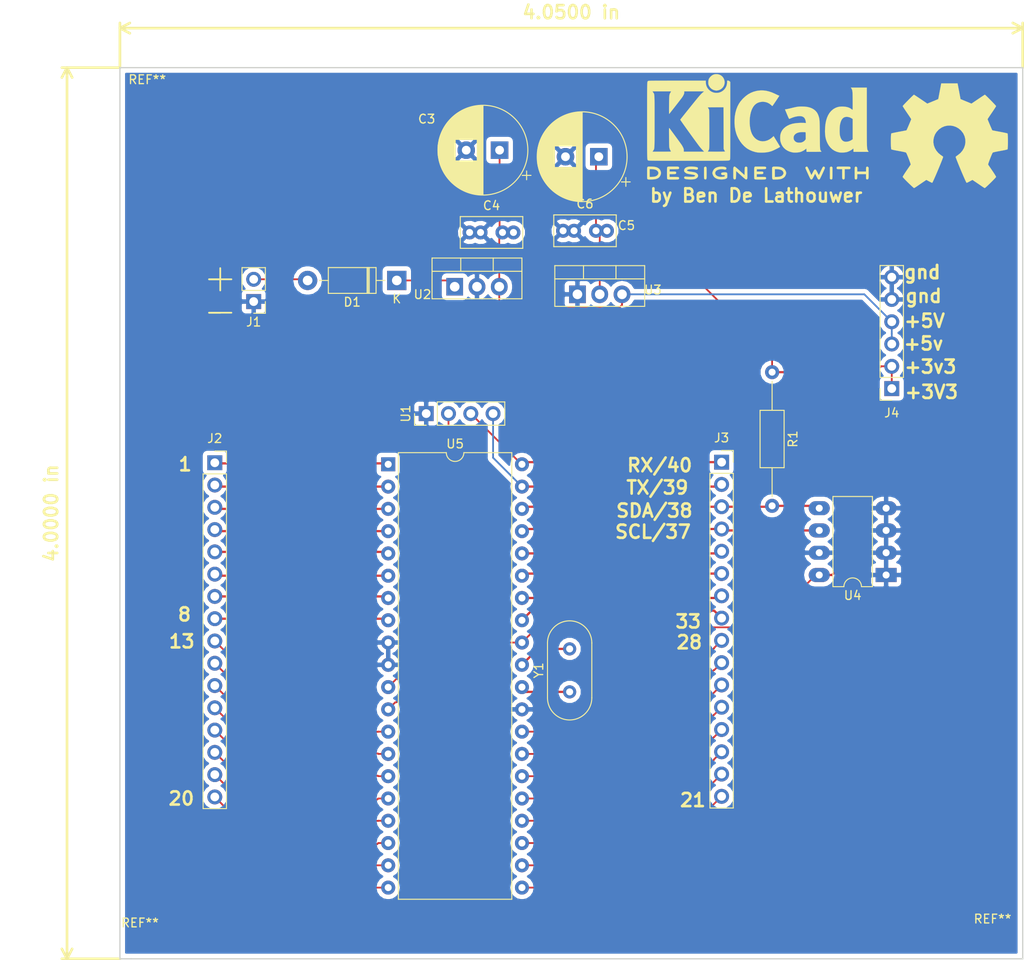
<source format=kicad_pcb>
(kicad_pcb (version 20171130) (host pcbnew "(5.0.0-rc2-dev-444-g2974a2c10)")
  (layers (0 F.Cu signal) (31 B.Cu signal) (34 B.Paste user hide) (35 F.Paste user hide) (36 B.SilkS user) (37 F.SilkS user) (38 B.Mask user) (39 F.Mask user) (44 Edge.Cuts user))
  (net 0 "")
  (net 1 VAA)
  (net 2 GND)
  (net 3 +5V)
  (net 4 +3V3)
  (net 5 /SCL)
  (net 6 /SDA)
  (net 7 /TX)
  (net 8 /Rx)
  (net 9 /~res)
  (net 10 "Net-(U5-Pad30)")
  (net 11 "Net-(U5-Pad31)")
  (net 12 "Net-(D1-Pad2)")
  (net 13 "Net-(J2-Pad16)")
  (net 14 "Net-(J2-Pad15)")
  (net 15 "Net-(J2-Pad14)")
  (net 16 "Net-(J2-Pad13)")
  (net 17 "Net-(J2-Pad12)")
  (net 18 "Net-(J2-Pad11)")
  (net 19 "Net-(J2-Pad10)")
  (net 20 "Net-(J2-Pad9)")
  (net 21 "Net-(J2-Pad8)")
  (net 22 "Net-(J2-Pad7)")
  (net 23 "Net-(J2-Pad6)")
  (net 24 "Net-(J2-Pad5)")
  (net 25 "Net-(J2-Pad4)")
  (net 26 "Net-(J2-Pad3)")
  (net 27 "Net-(J2-Pad2)")
  (net 28 "Net-(J2-Pad1)")
  (net 29 "Net-(J3-Pad5)")
  (net 30 "Net-(J3-Pad6)")
  (net 31 "Net-(J3-Pad7)")
  (net 32 "Net-(J3-Pad8)")
  (net 33 "Net-(J3-Pad9)")
  (net 34 "Net-(J3-Pad10)")
  (net 35 "Net-(J3-Pad11)")
  (net 36 "Net-(J3-Pad12)")
  (net 37 "Net-(J3-Pad13)")
  (net 38 "Net-(J3-Pad14)")
  (net 39 "Net-(J3-Pad15)")
  (net 40 "Net-(J3-Pad16)")
  (module Capacitor_THT:C_Rect_L7.0mm_W3.5mm_P2.50mm_P5.00mm (layer F.Cu) (at 140.17244 44.19092)
    (fp_text reference C4 (at 2.5 -3.06) (layer F.SilkS))
    (fp_text value 100n)
    (pad 1 thru_hole circle (at 1.25 0) (size 1.6 1.6) (drill 0.8) (layers *.Cu *.Mask) (net 2 GND))
    (pad 2 thru_hole circle (at 3.75 0) (size 1.6 1.6) (drill 0.8) (layers *.Cu *.Mask) (net 3 +5V))
    (pad 1 thru_hole circle (at 0 0) (size 1.6 1.6) (drill 0.8) (layers *.Cu *.Mask) (net 2 GND))
    (pad 2 thru_hole circle (at 5 0) (size 1.6 1.6) (drill 0.8) (layers *.Cu *.Mask) (net 3 +5V))
  )
  (module Capacitor_THT:C_Rect_L7.0mm_W3.5mm_P2.50mm_P5.00mm (layer F.Cu) (at 150.8252 43.99788)
    (fp_text reference C6 (at 2.5 -3.06) (layer F.SilkS))
    (fp_text value 100n)
    (pad 2 thru_hole circle (at 5 0) (size 1.6 1.6) (drill 0.8) (layers *.Cu *.Mask) (net 4 +3V3))
    (pad 1 thru_hole circle (at 0 0) (size 1.6 1.6) (drill 0.8) (layers *.Cu *.Mask) (net 2 GND))
    (pad 2 thru_hole circle (at 3.75 0) (size 1.6 1.6) (drill 0.8) (layers *.Cu *.Mask) (net 4 +3V3))
    (pad 1 thru_hole circle (at 1.25 0) (size 1.6 1.6) (drill 0.8) (layers *.Cu *.Mask) (net 2 GND))
  )
  (module Diode_THT:D_DO-41_SOD81_P10.16mm_Horizontal (layer F.Cu) (at 131.8768 49.66208 180)
    (fp_text reference D1 (at 5.08 -2.47 180) (layer F.SilkS))
    (fp_text value 1N4007)
    (fp_text user K (at 0 -2.1 180) (layer F.SilkS))
    (pad 1 thru_hole rect (at 0 0 180) (size 2.2 2.2) (drill 1.1) (layers *.Cu *.Mask) (net 1 VAA))
    (pad 2 thru_hole oval (at 10.16 0 180) (size 2.2 2.2) (drill 1.1) (layers *.Cu *.Mask) (net 12 "Net-(D1-Pad2)"))
  )
  (module Connector_PinHeader_2.54mm:PinHeader_1x02_P2.54mm_Vertical (layer F.Cu) (at 115.57 52.07 180)
    (fp_text reference J1 (at 0 -2.33 180) (layer F.SilkS))
    (fp_text value "2pin header")
    (pad 1 thru_hole rect (at 0 0 180) (size 1.7 1.7) (drill 1) (layers *.Cu *.Mask) (net 2 GND))
    (pad 2 thru_hole oval (at 0 2.54 180) (size 1.7 1.7) (drill 1) (layers *.Cu *.Mask) (net 12 "Net-(D1-Pad2)"))
  )
  (module Connector_PinSocket_2.54mm:PinSocket_1x16_P2.54mm_Vertical (layer F.Cu) (at 111.1377 70.4469)
    (fp_text reference J2 (at 0 -2.77) (layer F.SilkS))
    (fp_text value Conn_01x16_Male)
    (pad 16 thru_hole oval (at 0 38.1) (size 1.7 1.7) (drill 1) (layers *.Cu *.Mask) (net 13 "Net-(J2-Pad16)"))
    (pad 15 thru_hole oval (at 0 35.56) (size 1.7 1.7) (drill 1) (layers *.Cu *.Mask) (net 14 "Net-(J2-Pad15)"))
    (pad 14 thru_hole oval (at 0 33.02) (size 1.7 1.7) (drill 1) (layers *.Cu *.Mask) (net 15 "Net-(J2-Pad14)"))
    (pad 13 thru_hole oval (at 0 30.48) (size 1.7 1.7) (drill 1) (layers *.Cu *.Mask) (net 16 "Net-(J2-Pad13)"))
    (pad 12 thru_hole oval (at 0 27.94) (size 1.7 1.7) (drill 1) (layers *.Cu *.Mask) (net 17 "Net-(J2-Pad12)"))
    (pad 11 thru_hole oval (at 0 25.4) (size 1.7 1.7) (drill 1) (layers *.Cu *.Mask) (net 18 "Net-(J2-Pad11)"))
    (pad 10 thru_hole oval (at 0 22.86) (size 1.7 1.7) (drill 1) (layers *.Cu *.Mask) (net 19 "Net-(J2-Pad10)"))
    (pad 9 thru_hole oval (at 0 20.32) (size 1.7 1.7) (drill 1) (layers *.Cu *.Mask) (net 20 "Net-(J2-Pad9)"))
    (pad 8 thru_hole oval (at 0 17.78) (size 1.7 1.7) (drill 1) (layers *.Cu *.Mask) (net 21 "Net-(J2-Pad8)"))
    (pad 7 thru_hole oval (at 0 15.24) (size 1.7 1.7) (drill 1) (layers *.Cu *.Mask) (net 22 "Net-(J2-Pad7)"))
    (pad 6 thru_hole oval (at 0 12.7) (size 1.7 1.7) (drill 1) (layers *.Cu *.Mask) (net 23 "Net-(J2-Pad6)"))
    (pad 5 thru_hole oval (at 0 10.16) (size 1.7 1.7) (drill 1) (layers *.Cu *.Mask) (net 24 "Net-(J2-Pad5)"))
    (pad 4 thru_hole oval (at 0 7.62) (size 1.7 1.7) (drill 1) (layers *.Cu *.Mask) (net 25 "Net-(J2-Pad4)"))
    (pad 3 thru_hole oval (at 0 5.08) (size 1.7 1.7) (drill 1) (layers *.Cu *.Mask) (net 26 "Net-(J2-Pad3)"))
    (pad 2 thru_hole oval (at 0 2.54) (size 1.7 1.7) (drill 1) (layers *.Cu *.Mask) (net 27 "Net-(J2-Pad2)"))
    (pad 1 thru_hole rect (at 0 0) (size 1.7 1.7) (drill 1) (layers *.Cu *.Mask) (net 28 "Net-(J2-Pad1)"))
  )
  (module Connector_PinSocket_2.54mm:PinSocket_1x16_P2.54mm_Vertical (layer F.Cu) (at 168.89222 70.38086)
    (fp_text reference J3 (at 0 -2.77) (layer F.SilkS))
    (fp_text value Conn_01x16_Male)
    (pad 1 thru_hole rect (at 0 0) (size 1.7 1.7) (drill 1) (layers *.Cu *.Mask) (net 8 /Rx))
    (pad 2 thru_hole oval (at 0 2.54) (size 1.7 1.7) (drill 1) (layers *.Cu *.Mask) (net 7 /TX))
    (pad 3 thru_hole oval (at 0 5.08) (size 1.7 1.7) (drill 1) (layers *.Cu *.Mask) (net 6 /SDA))
    (pad 4 thru_hole oval (at 0 7.62) (size 1.7 1.7) (drill 1) (layers *.Cu *.Mask) (net 5 /SCL))
    (pad 5 thru_hole oval (at 0 10.16) (size 1.7 1.7) (drill 1) (layers *.Cu *.Mask) (net 29 "Net-(J3-Pad5)"))
    (pad 6 thru_hole oval (at 0 12.7) (size 1.7 1.7) (drill 1) (layers *.Cu *.Mask) (net 30 "Net-(J3-Pad6)"))
    (pad 7 thru_hole oval (at 0 15.24) (size 1.7 1.7) (drill 1) (layers *.Cu *.Mask) (net 31 "Net-(J3-Pad7)"))
    (pad 8 thru_hole oval (at 0 17.78) (size 1.7 1.7) (drill 1) (layers *.Cu *.Mask) (net 32 "Net-(J3-Pad8)"))
    (pad 9 thru_hole oval (at 0 20.32) (size 1.7 1.7) (drill 1) (layers *.Cu *.Mask) (net 33 "Net-(J3-Pad9)"))
    (pad 10 thru_hole oval (at 0 22.86) (size 1.7 1.7) (drill 1) (layers *.Cu *.Mask) (net 34 "Net-(J3-Pad10)"))
    (pad 11 thru_hole oval (at 0 25.4) (size 1.7 1.7) (drill 1) (layers *.Cu *.Mask) (net 35 "Net-(J3-Pad11)"))
    (pad 12 thru_hole oval (at 0 27.94) (size 1.7 1.7) (drill 1) (layers *.Cu *.Mask) (net 36 "Net-(J3-Pad12)"))
    (pad 13 thru_hole oval (at 0 30.48) (size 1.7 1.7) (drill 1) (layers *.Cu *.Mask) (net 37 "Net-(J3-Pad13)"))
    (pad 14 thru_hole oval (at 0 33.02) (size 1.7 1.7) (drill 1) (layers *.Cu *.Mask) (net 38 "Net-(J3-Pad14)"))
    (pad 15 thru_hole oval (at 0 35.56) (size 1.7 1.7) (drill 1) (layers *.Cu *.Mask) (net 39 "Net-(J3-Pad15)"))
    (pad 16 thru_hole oval (at 0 38.1) (size 1.7 1.7) (drill 1) (layers *.Cu *.Mask) (net 40 "Net-(J3-Pad16)"))
  )
  (module Resistor_THT:R_Axial_DIN0207_L6.3mm_D2.5mm_P15.24mm_Horizontal (layer F.Cu) (at 174.64532 60.11926 270)
    (fp_text reference R1 (at 7.62 -2.37 270) (layer F.SilkS))
    (fp_text value 10K)
    (pad 1 thru_hole circle (at 0 0 270) (size 1.6 1.6) (drill 0.8) (layers *.Cu *.Mask) (net 4 +3V3))
    (pad 2 thru_hole oval (at 15.24 0 270) (size 1.6 1.6) (drill 0.8) (layers *.Cu *.Mask) (net 6 /SDA))
  )
  (module Connector_PinHeader_2.54mm:PinHeader_1x04_P2.54mm_Vertical (layer F.Cu) (at 135.2296 64.84112 90)
    (fp_text reference U1 (at 0 -2.33 90) (layer F.SilkS))
    (fp_text value propstick)
    (pad 1 thru_hole rect (at 0 0 90) (size 1.7 1.7) (drill 1) (layers *.Cu *.Mask) (net 2 GND))
    (pad 2 thru_hole oval (at 0 2.54 90) (size 1.7 1.7) (drill 1) (layers *.Cu *.Mask) (net 9 /~res))
    (pad 3 thru_hole oval (at 0 5.08 90) (size 1.7 1.7) (drill 1) (layers *.Cu *.Mask) (net 8 /Rx))
    (pad 4 thru_hole oval (at 0 7.62 90) (size 1.7 1.7) (drill 1) (layers *.Cu *.Mask) (net 7 /TX))
  )
  (module Package_TO_SOT_THT:TO-220-3_Vertical (layer F.Cu) (at 138.47572 50.37836)
    (fp_text reference U2 (at -3.66776 0.889) (layer F.SilkS))
    (fp_text value LM7805_TO220)
    (pad 3 thru_hole oval (at 5.08 0) (size 1.905 2) (drill 1.1) (layers *.Cu *.Mask) (net 3 +5V))
    (pad 2 thru_hole oval (at 2.54 0) (size 1.905 2) (drill 1.1) (layers *.Cu *.Mask) (net 2 GND))
    (pad 1 thru_hole rect (at 0 0) (size 1.905 2) (drill 1.1) (layers *.Cu *.Mask) (net 1 VAA))
  )
  (module Package_TO_SOT_THT:TO-220-3_Vertical (layer F.Cu) (at 152.4635 51.2445)
    (fp_text reference U3 (at 8.60298 -0.50546) (layer F.SilkS))
    (fp_text value LM1117-3.3)
    (pad 1 thru_hole rect (at 0 0) (size 1.905 2) (drill 1.1) (layers *.Cu *.Mask) (net 2 GND))
    (pad 2 thru_hole oval (at 2.54 0) (size 1.905 2) (drill 1.1) (layers *.Cu *.Mask) (net 4 +3V3))
    (pad 3 thru_hole oval (at 5.08 0) (size 1.905 2) (drill 1.1) (layers *.Cu *.Mask) (net 3 +5V))
  )
  (module Package_DIP:DIP-8_W7.62mm_LongPads (layer F.Cu) (at 187.63742 83.24596 180)
    (fp_text reference U4 (at 3.81 -2.33 180) (layer F.SilkS))
    (fp_text value 24LC256)
    (pad 1 thru_hole rect (at 0 0 180) (size 2.4 1.6) (drill 0.8) (layers *.Cu *.Mask) (net 2 GND))
    (pad 5 thru_hole oval (at 7.62 7.62 180) (size 2.4 1.6) (drill 0.8) (layers *.Cu *.Mask) (net 6 /SDA))
    (pad 2 thru_hole oval (at 0 2.54 180) (size 2.4 1.6) (drill 0.8) (layers *.Cu *.Mask) (net 2 GND))
    (pad 6 thru_hole oval (at 7.62 5.08 180) (size 2.4 1.6) (drill 0.8) (layers *.Cu *.Mask) (net 5 /SCL))
    (pad 3 thru_hole oval (at 0 5.08 180) (size 2.4 1.6) (drill 0.8) (layers *.Cu *.Mask) (net 2 GND))
    (pad 7 thru_hole oval (at 7.62 2.54 180) (size 2.4 1.6) (drill 0.8) (layers *.Cu *.Mask) (net 2 GND))
    (pad 4 thru_hole oval (at 0 7.62 180) (size 2.4 1.6) (drill 0.8) (layers *.Cu *.Mask) (net 2 GND))
    (pad 8 thru_hole oval (at 7.62 0 180) (size 2.4 1.6) (drill 0.8) (layers *.Cu *.Mask) (net 4 +3V3))
  )
  (module Package_DIP:DIP-40_W15.24mm (layer F.Cu) (at 130.8989 70.6247)
    (fp_text reference U5 (at 7.62 -2.33) (layer F.SilkS))
    (fp_text value P8X32A-D40)
    (pad 1 thru_hole rect (at 0 0) (size 1.6 1.6) (drill 0.8) (layers *.Cu *.Mask) (net 28 "Net-(J2-Pad1)"))
    (pad 21 thru_hole oval (at 15.24 48.26) (size 1.6 1.6) (drill 0.8) (layers *.Cu *.Mask) (net 40 "Net-(J3-Pad16)"))
    (pad 2 thru_hole oval (at 0 2.54) (size 1.6 1.6) (drill 0.8) (layers *.Cu *.Mask) (net 27 "Net-(J2-Pad2)"))
    (pad 22 thru_hole oval (at 15.24 45.72) (size 1.6 1.6) (drill 0.8) (layers *.Cu *.Mask) (net 39 "Net-(J3-Pad15)"))
    (pad 3 thru_hole oval (at 0 5.08) (size 1.6 1.6) (drill 0.8) (layers *.Cu *.Mask) (net 26 "Net-(J2-Pad3)"))
    (pad 23 thru_hole oval (at 15.24 43.18) (size 1.6 1.6) (drill 0.8) (layers *.Cu *.Mask) (net 38 "Net-(J3-Pad14)"))
    (pad 4 thru_hole oval (at 0 7.62) (size 1.6 1.6) (drill 0.8) (layers *.Cu *.Mask) (net 25 "Net-(J2-Pad4)"))
    (pad 24 thru_hole oval (at 15.24 40.64) (size 1.6 1.6) (drill 0.8) (layers *.Cu *.Mask) (net 37 "Net-(J3-Pad13)"))
    (pad 5 thru_hole oval (at 0 10.16) (size 1.6 1.6) (drill 0.8) (layers *.Cu *.Mask) (net 24 "Net-(J2-Pad5)"))
    (pad 25 thru_hole oval (at 15.24 38.1) (size 1.6 1.6) (drill 0.8) (layers *.Cu *.Mask) (net 36 "Net-(J3-Pad12)"))
    (pad 6 thru_hole oval (at 0 12.7) (size 1.6 1.6) (drill 0.8) (layers *.Cu *.Mask) (net 23 "Net-(J2-Pad6)"))
    (pad 26 thru_hole oval (at 15.24 35.56) (size 1.6 1.6) (drill 0.8) (layers *.Cu *.Mask) (net 35 "Net-(J3-Pad11)"))
    (pad 7 thru_hole oval (at 0 15.24) (size 1.6 1.6) (drill 0.8) (layers *.Cu *.Mask) (net 22 "Net-(J2-Pad7)"))
    (pad 27 thru_hole oval (at 15.24 33.02) (size 1.6 1.6) (drill 0.8) (layers *.Cu *.Mask) (net 34 "Net-(J3-Pad10)"))
    (pad 8 thru_hole oval (at 0 17.78) (size 1.6 1.6) (drill 0.8) (layers *.Cu *.Mask) (net 21 "Net-(J2-Pad8)"))
    (pad 28 thru_hole oval (at 15.24 30.48) (size 1.6 1.6) (drill 0.8) (layers *.Cu *.Mask) (net 33 "Net-(J3-Pad9)"))
    (pad 9 thru_hole oval (at 0 20.32) (size 1.6 1.6) (drill 0.8) (layers *.Cu *.Mask) (net 2 GND))
    (pad 29 thru_hole oval (at 15.24 27.94) (size 1.6 1.6) (drill 0.8) (layers *.Cu *.Mask) (net 2 GND))
    (pad 10 thru_hole oval (at 0 22.86) (size 1.6 1.6) (drill 0.8) (layers *.Cu *.Mask) (net 2 GND))
    (pad 30 thru_hole oval (at 15.24 25.4) (size 1.6 1.6) (drill 0.8) (layers *.Cu *.Mask) (net 10 "Net-(U5-Pad30)"))
    (pad 11 thru_hole oval (at 0 25.4) (size 1.6 1.6) (drill 0.8) (layers *.Cu *.Mask) (net 9 /~res))
    (pad 31 thru_hole oval (at 15.24 22.86) (size 1.6 1.6) (drill 0.8) (layers *.Cu *.Mask) (net 11 "Net-(U5-Pad31)"))
    (pad 12 thru_hole oval (at 0 27.94) (size 1.6 1.6) (drill 0.8) (layers *.Cu *.Mask) (net 4 +3V3))
    (pad 32 thru_hole oval (at 15.24 20.32) (size 1.6 1.6) (drill 0.8) (layers *.Cu *.Mask) (net 4 +3V3))
    (pad 13 thru_hole oval (at 0 30.48) (size 1.6 1.6) (drill 0.8) (layers *.Cu *.Mask) (net 20 "Net-(J2-Pad9)"))
    (pad 33 thru_hole oval (at 15.24 17.78) (size 1.6 1.6) (drill 0.8) (layers *.Cu *.Mask) (net 32 "Net-(J3-Pad8)"))
    (pad 14 thru_hole oval (at 0 33.02) (size 1.6 1.6) (drill 0.8) (layers *.Cu *.Mask) (net 19 "Net-(J2-Pad10)"))
    (pad 34 thru_hole oval (at 15.24 15.24) (size 1.6 1.6) (drill 0.8) (layers *.Cu *.Mask) (net 31 "Net-(J3-Pad7)"))
    (pad 15 thru_hole oval (at 0 35.56) (size 1.6 1.6) (drill 0.8) (layers *.Cu *.Mask) (net 18 "Net-(J2-Pad11)"))
    (pad 35 thru_hole oval (at 15.24 12.7) (size 1.6 1.6) (drill 0.8) (layers *.Cu *.Mask) (net 30 "Net-(J3-Pad6)"))
    (pad 16 thru_hole oval (at 0 38.1) (size 1.6 1.6) (drill 0.8) (layers *.Cu *.Mask) (net 17 "Net-(J2-Pad12)"))
    (pad 36 thru_hole oval (at 15.24 10.16) (size 1.6 1.6) (drill 0.8) (layers *.Cu *.Mask) (net 29 "Net-(J3-Pad5)"))
    (pad 17 thru_hole oval (at 0 40.64) (size 1.6 1.6) (drill 0.8) (layers *.Cu *.Mask) (net 16 "Net-(J2-Pad13)"))
    (pad 37 thru_hole oval (at 15.24 7.62) (size 1.6 1.6) (drill 0.8) (layers *.Cu *.Mask) (net 5 /SCL))
    (pad 18 thru_hole oval (at 0 43.18) (size 1.6 1.6) (drill 0.8) (layers *.Cu *.Mask) (net 15 "Net-(J2-Pad14)"))
    (pad 38 thru_hole oval (at 15.24 5.08) (size 1.6 1.6) (drill 0.8) (layers *.Cu *.Mask) (net 6 /SDA))
    (pad 19 thru_hole oval (at 0 45.72) (size 1.6 1.6) (drill 0.8) (layers *.Cu *.Mask) (net 14 "Net-(J2-Pad15)"))
    (pad 39 thru_hole oval (at 15.24 2.54) (size 1.6 1.6) (drill 0.8) (layers *.Cu *.Mask) (net 7 /TX))
    (pad 20 thru_hole oval (at 0 48.26) (size 1.6 1.6) (drill 0.8) (layers *.Cu *.Mask) (net 13 "Net-(J2-Pad16)"))
    (pad 40 thru_hole oval (at 15.24 0) (size 1.6 1.6) (drill 0.8) (layers *.Cu *.Mask) (net 8 /Rx))
  )
  (module Crystal:Crystal_HC18-U_Vertical (layer F.Cu) (at 151.5745 96.5708 90)
    (fp_text reference Y1 (at 2.45 -3.525 90) (layer F.SilkS))
    (fp_text value Crystal_Small)
    (pad 1 thru_hole circle (at 0 0 90) (size 1.5 1.5) (drill 0.8) (layers *.Cu *.Mask) (net 10 "Net-(U5-Pad30)"))
    (pad 2 thru_hole circle (at 4.9 0 90) (size 1.5 1.5) (drill 0.8) (layers *.Cu *.Mask) (net 11 "Net-(U5-Pad31)"))
  )
  (module Capacitor_THT:CP_Radial_D10.0mm_P3.80mm (layer F.Cu) (at 143.59128 34.80816 180)
    (fp_text reference C3 (at 8.3058 3.55092 180) (layer F.SilkS))
    (fp_text value 10u)
    (pad 1 thru_hole rect (at 0 0 180) (size 2 2) (drill 1) (layers *.Cu *.Mask) (net 3 +5V))
    (pad 2 thru_hole circle (at 3.8 0 180) (size 2 2) (drill 1) (layers *.Cu *.Mask) (net 2 GND))
  )
  (module Capacitor_THT:CP_Radial_D10.0mm_P3.80mm (layer F.Cu) (at 154.89936 35.55492 180)
    (fp_text reference C5 (at -3.15064 -7.84508 180) (layer F.SilkS))
    (fp_text value 10u)
    (pad 2 thru_hole circle (at 3.8 0 180) (size 2 2) (drill 1) (layers *.Cu *.Mask) (net 2 GND))
    (pad 1 thru_hole rect (at 0 0 180) (size 2 2) (drill 1) (layers *.Cu *.Mask) (net 4 +3V3))
  )
  (module Connector_PinSocket_2.54mm:PinSocket_1x06_P2.54mm_Vertical (layer F.Cu) (at 188.28 61.99 180)
    (fp_text reference J4 (at 0 -2.77 180) (layer F.SilkS))
    (fp_text value Conn_01x06)
    (pad 1 thru_hole rect (at 0 0 180) (size 1.7 1.7) (drill 1) (layers *.Cu *.Mask) (net 4 +3V3))
    (pad 2 thru_hole oval (at 0 2.54 180) (size 1.7 1.7) (drill 1) (layers *.Cu *.Mask) (net 4 +3V3))
    (pad 3 thru_hole oval (at 0 5.08 180) (size 1.7 1.7) (drill 1) (layers *.Cu *.Mask) (net 3 +5V))
    (pad 4 thru_hole oval (at 0 7.62 180) (size 1.7 1.7) (drill 1) (layers *.Cu *.Mask) (net 3 +5V))
    (pad 5 thru_hole oval (at 0 10.16 180) (size 1.7 1.7) (drill 1) (layers *.Cu *.Mask) (net 2 GND))
    (pad 6 thru_hole oval (at 0 12.7 180) (size 1.7 1.7) (drill 1) (layers *.Cu *.Mask) (net 2 GND))
  )
  (module Symbol:KiCad-Logo2_12mm_SilkScreen (layer F.Cu) (at 173.01 32.12)
    (fp_text reference REF** hide)
    (fp_text value KiCad-Logo2_12mm_SilkScreen hide)
  )
  (module Symbol:OSHW-Symbol_13.4x12mm_SilkScreen (layer F.Cu) (at 194.83 33.19)
    (fp_text reference REF** hide)
    (fp_text value OSHW-Symbol_13.4x12mm_SilkScreen hide)
  )
  (module Fiducial:Fiducial_1mm_Dia_2mm_Outer (layer F.Cu) (at 103.4415 28.7655)
    (fp_text reference REF** (at 0 -2) (layer F.SilkS))
    (fp_text value Fiducial_1mm_Dia_2mm_Outer)
    (pad ~ smd circle (at 0 0) (size 1 1) (layers F.Cu F.Mask) (clearance 0.5))
  )
  (module Fiducial:Fiducial_1mm_Dia_2mm_Outer (layer F.Cu) (at 102.616 124.9045)
    (fp_text reference REF** (at 0 -2) (layer F.SilkS))
    (fp_text value Fiducial_1mm_Dia_2mm_Outer)
    (pad ~ smd circle (at 0 0) (size 1 1) (layers F.Cu F.Mask) (clearance 0.5))
  )
  (module Fiducial:Fiducial_1mm_Dia_2mm_Outer (layer F.Cu) (at 199.771 124.46)
    (fp_text reference REF** (at 0 -2) (layer F.SilkS))
    (fp_text value Fiducial_1mm_Dia_2mm_Outer)
    (pad ~ smd circle (at 0 0) (size 1 1) (layers F.Cu F.Mask) (clearance 0.5))
  )
  (dimension 101.6 (width 0.3) (layer F.SilkS) (gr_text "101.600 mm" (at 92.197501 76.2 270) (layer F.SilkS) (effects (font (size 1.5 1.5) (thickness 0.3)))) (feature1 (pts (xy 100.33 127) (xy 93.71108 127))) (feature2 (pts (xy 100.33 25.4) (xy 93.71108 25.4))) (crossbar (pts (xy 94.297501 25.4) (xy 94.297501 127))) (arrow1a (pts (xy 94.297501 127) (xy 93.71108 125.873496))) (arrow1b (pts (xy 94.297501 127) (xy 94.883922 125.873496))) (arrow2a (pts (xy 94.297501 25.4) (xy 93.71108 26.526504))) (arrow2b (pts (xy 94.297501 25.4) (xy 94.883922 26.526504))))
  (dimension 102.87 (width 0.3) (layer F.SilkS) (gr_text "102.870 mm" (at 151.765 18.7915) (layer F.SilkS) (effects (font (size 1.5 1.5) (thickness 0.3)))) (feature1 (pts (xy 203.2 25.4) (xy 203.2 20.305079))) (feature2 (pts (xy 100.33 25.4) (xy 100.33 20.305079))) (crossbar (pts (xy 100.33 20.8915) (xy 203.2 20.8915))) (arrow1a (pts (xy 203.2 20.8915) (xy 202.073496 21.477921))) (arrow1b (pts (xy 203.2 20.8915) (xy 202.073496 20.305079))) (arrow2a (pts (xy 100.33 20.8915) (xy 101.456504 21.477921))) (arrow2b (pts (xy 100.33 20.8915) (xy 101.456504 20.305079))))
  (gr_text "by Ben De Lathouwer" (at 172.83 39.98) (layer F.SilkS) (effects (font (size 1.5 1.5) (thickness 0.3))))
  (gr_text "21\n" (at 165.61 108.91) (layer F.SilkS) (effects (font (size 1.5 1.5) (thickness 0.3))))
  (gr_text "28\n" (at 165.21 90.92) (layer F.SilkS) (effects (font (size 1.5 1.5) (thickness 0.3))))
  (gr_text "33\n" (at 165.09 88.55) (layer F.SilkS) (effects (font (size 1.5 1.5) (thickness 0.3))))
  (gr_text "SCL/37\n" (at 161.07 78.32) (layer F.SilkS) (effects (font (size 1.5 1.5) (thickness 0.3))))
  (gr_text "SDA/38\n" (at 161.23 75.91) (layer F.SilkS) (effects (font (size 1.5 1.5) (thickness 0.3))))
  (gr_text TX/39 (at 161.57 73.28) (layer F.SilkS) (effects (font (size 1.5 1.5) (thickness 0.3))))
  (gr_text "RX/40\n" (at 161.83 70.74) (layer F.SilkS) (effects (font (size 1.5 1.5) (thickness 0.3))))
  (gr_text "20\n\n" (at 107.33 109.94) (layer F.SilkS) (effects (font (size 1.5 1.5) (thickness 0.3))))
  (gr_text "13\n" (at 107.38 90.82) (layer F.SilkS) (effects (font (size 1.5 1.5) (thickness 0.3))))
  (gr_text "8\n" (at 107.68 87.75) (layer F.SilkS) (effects (font (size 1.5 1.5) (thickness 0.3))))
  (gr_text "1\n" (at 107.76 70.63) (layer F.SilkS) (effects (font (size 1.5 1.5) (thickness 0.3))))
  (gr_text "+3V3\n" (at 192.81 62.38) (layer F.SilkS) (effects (font (size 1.5 1.5) (thickness 0.3))))
  (gr_text "+3v3\n" (at 192.69 59.5) (layer F.SilkS) (effects (font (size 1.5 1.5) (thickness 0.3))))
  (gr_text "+5v\n" (at 191.9 56.86) (layer F.SilkS) (effects (font (size 1.5 1.5) (thickness 0.3))))
  (gr_text "+5V\n" (at 192.02 54.27) (layer F.SilkS) (effects (font (size 1.5 1.5) (thickness 0.3))))
  (gr_text "gnd\n" (at 191.91 51.43) (layer F.SilkS) (effects (font (size 1.5 1.5) (thickness 0.3))))
  (gr_text "gnd\n" (at 191.76 48.72) (layer F.SilkS) (effects (font (size 1.5 1.5) (thickness 0.3))))
  (gr_text "gnd\n" (at 191.77 48.72) (layer F.SilkS) (effects (font (size 1.5 1.5) (thickness 0.3))))
  (gr_line (start 110.49 53.34) (end 113.03 53.34) (layer F.SilkS) (width 0.2))
  (gr_line (start 111.76 53.34) (end 110.49 53.34) (layer F.SilkS) (width 0.2))
  (gr_line (start 111.76 49.53) (end 111.76 50.8) (layer F.SilkS) (width 0.2))
  (gr_line (start 110.49 49.53) (end 113.03 49.53) (layer F.SilkS) (width 0.2))
  (gr_line (start 111.76 49.53) (end 110.49 49.53) (layer F.SilkS) (width 0.2))
  (gr_line (start 111.76 48.26) (end 111.76 49.53) (layer F.SilkS) (width 0.2))
  (gr_line (start 100.33 127) (end 101.6 127) (layer Edge.Cuts) (width 0.15))
  (gr_line (start 100.33 25.4) (end 100.33 127) (layer Edge.Cuts) (width 0.15))
  (gr_line (start 203.2 25.4) (end 100.33 25.4) (layer Edge.Cuts) (width 0.15))
  (gr_line (start 203.2 127) (end 203.2 25.4) (layer Edge.Cuts) (width 0.15))
  (gr_line (start 101.6 127) (end 203.2 127) (layer Edge.Cuts) (width 0.15))
  (segment (start 130.7211 70.4469) (end 130.8989 70.6247) (width 0.25) (layer F.Cu) (net 28))
  (segment (start 111.06404 70.52056) (end 130.64744 70.52056) (width 0.25) (layer F.Cu) (net 28))
  (segment (start 111.3155 73.1647) (end 111.1377 72.9869) (width 0.25) (layer F.Cu) (net 27))
  (segment (start 130.8989 73.1647) (end 111.3155 73.1647) (width 0.25) (layer F.Cu) (net 27))
  (segment (start 111.3155 75.7047) (end 111.1377 75.5269) (width 0.25) (layer F.Cu) (net 26))
  (segment (start 130.8989 75.7047) (end 111.3155 75.7047) (width 0.25) (layer F.Cu) (net 26))
  (segment (start 111.3155 78.2447) (end 111.1377 78.0669) (width 0.25) (layer F.Cu) (net 25))
  (segment (start 130.8989 78.2447) (end 111.3155 78.2447) (width 0.25) (layer F.Cu) (net 25))
  (segment (start 147.9528 91.6708) (end 151.5745 91.6708) (width 0.25) (layer F.Cu) (net 11))
  (segment (start 146.1389 93.4847) (end 147.9528 91.6708) (width 0.25) (layer F.Cu) (net 11))
  (segment (start 146.685 96.5708) (end 146.1389 96.0247) (width 0.25) (layer F.Cu) (net 10))
  (segment (start 151.5745 96.5708) (end 146.685 96.5708) (width 0.25) (layer F.Cu) (net 10))
  (segment (start 130.7211 88.2269) (end 130.8989 88.4047) (width 0.25) (layer F.Cu) (net 21))
  (segment (start 111.1377 88.2269) (end 130.7211 88.2269) (width 0.25) (layer F.Cu) (net 21))
  (segment (start 130.7211 85.6869) (end 130.8989 85.8647) (width 0.25) (layer F.Cu) (net 22))
  (segment (start 111.1377 85.6869) (end 130.7211 85.6869) (width 0.25) (layer F.Cu) (net 22))
  (segment (start 111.3155 83.3247) (end 111.1377 83.1469) (width 0.25) (layer F.Cu) (net 23))
  (segment (start 130.8989 83.3247) (end 111.3155 83.3247) (width 0.25) (layer F.Cu) (net 23))
  (segment (start 130.7211 80.6069) (end 130.8989 80.7847) (width 0.25) (layer F.Cu) (net 24))
  (segment (start 111.1377 80.6069) (end 130.7211 80.6069) (width 0.25) (layer F.Cu) (net 24))
  (segment (start 146.38274 70.38086) (end 146.1389 70.6247) (width 0.25) (layer F.Cu) (net 8))
  (segment (start 168.89222 70.38086) (end 146.38274 70.38086) (width 0.25) (layer F.Cu) (net 8))
  (segment (start 168.64838 73.1647) (end 168.89222 72.92086) (width 0.25) (layer F.Cu) (net 7))
  (segment (start 146.1389 73.1647) (end 168.64838 73.1647) (width 0.25) (layer F.Cu) (net 7))
  (segment (start 146.38274 75.46086) (end 146.1389 75.7047) (width 0.25) (layer F.Cu) (net 6))
  (segment (start 168.89222 75.46086) (end 146.38274 75.46086) (width 0.25) (layer F.Cu) (net 6))
  (segment (start 174.54372 75.46086) (end 174.64532 75.35926) (width 0.25) (layer F.Cu) (net 6))
  (segment (start 168.89222 75.46086) (end 174.54372 75.46086) (width 0.25) (layer F.Cu) (net 6))
  (segment (start 179.75072 75.35926) (end 180.01742 75.62596) (width 0.25) (layer F.Cu) (net 6))
  (segment (start 174.64532 75.35926) (end 179.75072 75.35926) (width 0.25) (layer F.Cu) (net 6))
  (segment (start 169.05732 78.16596) (end 168.89222 78.00086) (width 0.25) (layer F.Cu) (net 5))
  (segment (start 180.01742 78.16596) (end 169.05732 78.16596) (width 0.25) (layer F.Cu) (net 5))
  (segment (start 183.06542 60.11926) (end 174.64532 60.11926) (width 0.25) (layer F.Cu) (net 4))
  (segment (start 180.01742 83.24596) (end 181.46742 83.24596) (width 0.25) (layer F.Cu) (net 4))
  (segment (start 181.46742 83.24596) (end 183.07304 81.64034) (width 0.25) (layer F.Cu) (net 4))
  (segment (start 146.938899 90.144701) (end 146.1389 90.9447) (width 0.2) (layer F.Cu) (net 4))
  (segment (start 147.871139 89.212461) (end 146.938899 90.144701) (width 0.2) (layer F.Cu) (net 4))
  (segment (start 179.61742 83.24596) (end 173.650919 89.212461) (width 0.2) (layer F.Cu) (net 4))
  (segment (start 173.650919 89.212461) (end 147.871139 89.212461) (width 0.2) (layer F.Cu) (net 4))
  (segment (start 180.01742 83.24596) (end 179.61742 83.24596) (width 0.2) (layer F.Cu) (net 4))
  (segment (start 131.698899 97.764701) (end 131.810659 97.764701) (width 0.2) (layer F.Cu) (net 4))
  (segment (start 130.8989 98.5647) (end 131.698899 97.764701) (width 0.2) (layer F.Cu) (net 4))
  (segment (start 138.63066 90.9447) (end 146.1389 90.9447) (width 0.2) (layer F.Cu) (net 4))
  (segment (start 131.810659 97.764701) (end 138.63066 90.9447) (width 0.2) (layer F.Cu) (net 4))
  (segment (start 146.38274 78.00086) (end 146.1389 78.2447) (width 0.25) (layer F.Cu) (net 5))
  (segment (start 168.89222 78.00086) (end 146.38274 78.00086) (width 0.25) (layer F.Cu) (net 5))
  (segment (start 137.7696 89.154) (end 137.7696 64.84112) (width 0.2) (layer F.Cu) (net 9))
  (segment (start 130.8989 96.0247) (end 137.7696 89.154) (width 0.2) (layer F.Cu) (net 9))
  (segment (start 121.58472 49.53) (end 121.7168 49.66208) (width 0.2) (layer F.Cu) (net 12))
  (segment (start 115.57 49.53) (end 121.58472 49.53) (width 0.2) (layer F.Cu) (net 12))
  (segment (start 111.987699 109.396899) (end 111.987699 109.407059) (width 0.2) (layer F.Cu) (net 13))
  (segment (start 111.1377 108.5469) (end 111.987699 109.396899) (width 0.2) (layer F.Cu) (net 13))
  (segment (start 121.46534 118.8847) (end 130.8989 118.8847) (width 0.2) (layer F.Cu) (net 13))
  (segment (start 111.987699 109.407059) (end 121.46534 118.8847) (width 0.2) (layer F.Cu) (net 13))
  (segment (start 111.987699 106.856899) (end 111.987699 106.861979) (width 0.2) (layer F.Cu) (net 14))
  (segment (start 111.1377 106.0069) (end 111.987699 106.856899) (width 0.2) (layer F.Cu) (net 14))
  (segment (start 121.47042 116.3447) (end 130.8989 116.3447) (width 0.2) (layer F.Cu) (net 14))
  (segment (start 111.987699 106.861979) (end 121.47042 116.3447) (width 0.2) (layer F.Cu) (net 14))
  (segment (start 129.76753 113.8047) (end 129.64307 113.92916) (width 0.2) (layer F.Cu) (net 15))
  (segment (start 130.8989 113.8047) (end 129.76753 113.8047) (width 0.2) (layer F.Cu) (net 15))
  (segment (start 121.59996 113.92916) (end 111.1377 103.4669) (width 0.2) (layer F.Cu) (net 15))
  (segment (start 129.64307 113.92916) (end 121.59996 113.92916) (width 0.2) (layer F.Cu) (net 15))
  (segment (start 129.76753 111.2647) (end 129.75483 111.2774) (width 0.2) (layer F.Cu) (net 16))
  (segment (start 130.8989 111.2647) (end 129.76753 111.2647) (width 0.2) (layer F.Cu) (net 16))
  (segment (start 121.4882 111.2774) (end 111.1377 100.9269) (width 0.2) (layer F.Cu) (net 16))
  (segment (start 129.75483 111.2774) (end 121.4882 111.2774) (width 0.2) (layer F.Cu) (net 16))
  (segment (start 129.76753 108.7247) (end 129.65831 108.83392) (width 0.2) (layer F.Cu) (net 17))
  (segment (start 130.8989 108.7247) (end 129.76753 108.7247) (width 0.2) (layer F.Cu) (net 17))
  (segment (start 121.58472 108.83392) (end 111.1377 98.3869) (width 0.2) (layer F.Cu) (net 17))
  (segment (start 129.65831 108.83392) (end 121.58472 108.83392) (width 0.2) (layer F.Cu) (net 17))
  (segment (start 129.76753 106.1847) (end 129.71419 106.13136) (width 0.2) (layer F.Cu) (net 18))
  (segment (start 130.8989 106.1847) (end 129.76753 106.1847) (width 0.2) (layer F.Cu) (net 18))
  (segment (start 121.42216 106.13136) (end 111.1377 95.8469) (width 0.2) (layer F.Cu) (net 18))
  (segment (start 129.71419 106.13136) (end 121.42216 106.13136) (width 0.2) (layer F.Cu) (net 18))
  (segment (start 129.76753 103.6447) (end 129.71419 103.59136) (width 0.2) (layer F.Cu) (net 19))
  (segment (start 130.8989 103.6447) (end 129.76753 103.6447) (width 0.2) (layer F.Cu) (net 19))
  (segment (start 121.42216 103.59136) (end 111.1377 93.3069) (width 0.2) (layer F.Cu) (net 19))
  (segment (start 129.71419 103.59136) (end 121.42216 103.59136) (width 0.2) (layer F.Cu) (net 19))
  (segment (start 129.76753 101.1047) (end 129.74975 101.12248) (width 0.2) (layer F.Cu) (net 20))
  (segment (start 130.8989 101.1047) (end 129.76753 101.1047) (width 0.2) (layer F.Cu) (net 20))
  (segment (start 121.49328 101.12248) (end 111.1377 90.7669) (width 0.2) (layer F.Cu) (net 20))
  (segment (start 129.74975 101.12248) (end 121.49328 101.12248) (width 0.2) (layer F.Cu) (net 20))
  (segment (start 168.64838 80.7847) (end 168.89222 80.54086) (width 0.25) (layer F.Cu) (net 29))
  (segment (start 146.1389 80.7847) (end 168.64838 80.7847) (width 0.25) (layer F.Cu) (net 29))
  (segment (start 146.38274 83.08086) (end 146.1389 83.3247) (width 0.25) (layer F.Cu) (net 30))
  (segment (start 168.89222 83.08086) (end 146.38274 83.08086) (width 0.25) (layer F.Cu) (net 30))
  (segment (start 168.64838 85.8647) (end 168.89222 85.62086) (width 0.25) (layer F.Cu) (net 31))
  (segment (start 146.1389 85.8647) (end 168.64838 85.8647) (width 0.25) (layer F.Cu) (net 31))
  (segment (start 146.938899 87.604701) (end 146.1389 88.4047) (width 0.25) (layer F.Cu) (net 32))
  (segment (start 168.042221 87.310861) (end 147.232739 87.310861) (width 0.25) (layer F.Cu) (net 32))
  (segment (start 147.232739 87.310861) (end 146.938899 87.604701) (width 0.25) (layer F.Cu) (net 32))
  (segment (start 168.89222 88.16086) (end 168.042221 87.310861) (width 0.25) (layer F.Cu) (net 32))
  (segment (start 168.042221 91.550859) (end 168.042221 91.591499) (width 0.2) (layer F.Cu) (net 33))
  (segment (start 168.89222 90.70086) (end 168.042221 91.550859) (width 0.2) (layer F.Cu) (net 33))
  (segment (start 158.52902 101.1047) (end 146.1389 101.1047) (width 0.2) (layer F.Cu) (net 33))
  (segment (start 168.042221 91.591499) (end 158.52902 101.1047) (width 0.2) (layer F.Cu) (net 33))
  (segment (start 168.042221 94.090859) (end 167.996501 94.090859) (width 0.2) (layer F.Cu) (net 34))
  (segment (start 168.89222 93.24086) (end 168.042221 94.090859) (width 0.2) (layer F.Cu) (net 34))
  (segment (start 158.44266 103.6447) (end 146.1389 103.6447) (width 0.2) (layer F.Cu) (net 34))
  (segment (start 167.996501 94.090859) (end 158.44266 103.6447) (width 0.2) (layer F.Cu) (net 34))
  (segment (start 158.48838 106.1847) (end 146.1389 106.1847) (width 0.2) (layer F.Cu) (net 35))
  (segment (start 168.89222 95.78086) (end 158.48838 106.1847) (width 0.2) (layer F.Cu) (net 35))
  (segment (start 168.042221 99.170859) (end 168.032061 99.170859) (width 0.2) (layer F.Cu) (net 36))
  (segment (start 168.89222 98.32086) (end 168.042221 99.170859) (width 0.2) (layer F.Cu) (net 36))
  (segment (start 158.47822 108.7247) (end 146.1389 108.7247) (width 0.2) (layer F.Cu) (net 36))
  (segment (start 168.032061 99.170859) (end 158.47822 108.7247) (width 0.2) (layer F.Cu) (net 36))
  (segment (start 168.042221 101.710859) (end 168.032061 101.710859) (width 0.2) (layer F.Cu) (net 37))
  (segment (start 168.89222 100.86086) (end 168.042221 101.710859) (width 0.2) (layer F.Cu) (net 37))
  (segment (start 158.47822 111.2647) (end 146.1389 111.2647) (width 0.2) (layer F.Cu) (net 37))
  (segment (start 168.032061 101.710859) (end 158.47822 111.2647) (width 0.2) (layer F.Cu) (net 37))
  (segment (start 168.042221 104.250859) (end 168.042221 104.291499) (width 0.2) (layer F.Cu) (net 38))
  (segment (start 168.89222 103.40086) (end 168.042221 104.250859) (width 0.2) (layer F.Cu) (net 38))
  (segment (start 158.52902 113.8047) (end 146.1389 113.8047) (width 0.2) (layer F.Cu) (net 38))
  (segment (start 168.042221 104.291499) (end 158.52902 113.8047) (width 0.2) (layer F.Cu) (net 38))
  (segment (start 158.48838 116.3447) (end 146.1389 116.3447) (width 0.2) (layer F.Cu) (net 39))
  (segment (start 168.89222 105.94086) (end 158.48838 116.3447) (width 0.2) (layer F.Cu) (net 39))
  (segment (start 158.48838 118.8847) (end 146.1389 118.8847) (width 0.2) (layer F.Cu) (net 40))
  (segment (start 168.89222 108.48086) (end 158.48838 118.8847) (width 0.2) (layer F.Cu) (net 40))
  (segment (start 137.75944 49.66208) (end 138.47572 50.37836) (width 0.2) (layer F.Cu) (net 1))
  (segment (start 131.8768 49.66208) (end 137.75944 49.66208) (width 0.2) (layer F.Cu) (net 1))
  (segment (start 143.55572 44.55764) (end 143.92244 44.19092) (width 0.2) (layer F.Cu) (net 3))
  (segment (start 143.55572 50.37836) (end 143.55572 44.55764) (width 0.2) (layer F.Cu) (net 3))
  (segment (start 143.59128 43.85976) (end 143.92244 44.19092) (width 0.2) (layer F.Cu) (net 3))
  (segment (start 143.59128 34.80816) (end 143.59128 43.85976) (width 0.2) (layer F.Cu) (net 3))
  (segment (start 157.5435 52.4445) (end 157.198 52.79) (width 0.2) (layer F.Cu) (net 3))
  (segment (start 157.5435 51.2445) (end 157.5435 52.4445) (width 0.2) (layer F.Cu) (net 3))
  (segment (start 147.11986 52.79) (end 147.09986 52.81) (width 0.2) (layer F.Cu) (net 3))
  (segment (start 157.198 52.79) (end 147.11986 52.79) (width 0.2) (layer F.Cu) (net 3))
  (segment (start 147.09986 52.81) (end 143.88 52.81) (width 0.2) (layer F.Cu) (net 3))
  (segment (start 143.55572 52.48572) (end 143.55572 50.37836) (width 0.2) (layer F.Cu) (net 3))
  (segment (start 143.88 52.81) (end 143.55572 52.48572) (width 0.2) (layer F.Cu) (net 3))
  (segment (start 185.1545 51.2445) (end 188.28 54.37) (width 0.2) (layer B.Cu) (net 3))
  (segment (start 157.5435 51.2445) (end 185.1545 51.2445) (width 0.2) (layer B.Cu) (net 3))
  (segment (start 188.28 55.707919) (end 188.28 54.37) (width 0.2) (layer B.Cu) (net 3))
  (segment (start 188.28 56.91) (end 188.28 55.707919) (width 0.2) (layer B.Cu) (net 3))
  (segment (start 143.92244 44.19092) (end 145.17244 44.19092) (width 0.2) (layer F.Cu) (net 3))
  (segment (start 154.5752 35.87908) (end 154.89936 35.55492) (width 0.2) (layer F.Cu) (net 4))
  (segment (start 154.5752 43.99788) (end 154.5752 35.87908) (width 0.2) (layer F.Cu) (net 4))
  (segment (start 155.0035 44.42618) (end 154.5752 43.99788) (width 0.2) (layer F.Cu) (net 4))
  (segment (start 155.0035 51.2445) (end 155.0035 47.34) (width 0.2) (layer F.Cu) (net 4))
  (segment (start 155.0035 47.34) (end 163.86 47.34) (width 0.2) (layer F.Cu) (net 4))
  (segment (start 155.0035 47.34) (end 155.0035 44.42618) (width 0.2) (layer F.Cu) (net 4))
  (segment (start 174.64532 58.12532) (end 174.64532 60.11926) (width 0.2) (layer F.Cu) (net 4))
  (segment (start 163.86 47.34) (end 174.64532 58.12532) (width 0.2) (layer F.Cu) (net 4))
  (segment (start 188.28 60.94) (end 188.28 59.45) (width 0.2) (layer F.Cu) (net 4))
  (segment (start 188.28 61.99) (end 188.28 60.94) (width 0.2) (layer F.Cu) (net 4))
  (segment (start 185.007919 61.52) (end 183.07304 61.52) (width 0.2) (layer F.Cu) (net 4))
  (segment (start 187.077919 59.45) (end 185.007919 61.52) (width 0.2) (layer F.Cu) (net 4))
  (segment (start 188.28 59.45) (end 187.077919 59.45) (width 0.2) (layer F.Cu) (net 4))
  (segment (start 183.07304 81.64034) (end 183.07304 61.52) (width 0.25) (layer F.Cu) (net 4))
  (segment (start 183.07304 61.52) (end 183.07304 60.11164) (width 0.25) (layer F.Cu) (net 4))
  (segment (start 154.5752 43.99788) (end 155.8252 43.99788) (width 0.2) (layer F.Cu) (net 4))
  (segment (start 142.8496 69.8754) (end 146.1389 73.1647) (width 0.2) (layer B.Cu) (net 7))
  (segment (start 142.8496 64.84112) (end 142.8496 69.8754) (width 0.2) (layer B.Cu) (net 7))
  (segment (start 146.09318 70.6247) (end 146.1389 70.6247) (width 0.2) (layer F.Cu) (net 8))
  (segment (start 140.3096 64.84112) (end 146.09318 70.6247) (width 0.2) (layer F.Cu) (net 8))
  (zone (net 2) (net_name GND) (layer B.Cu) (connect_pads (clearance 0.508)) (min_thickness 0.254) (fill yes (arc_segments 16) (thermal_gap 0.508) (thermal_bridge_width 0.508))
    (polygon (pts (xy 100.34 25.42) (xy 203.2 25.43) (xy 203.21 127.02) (xy 100.32 127.04)))
  )
)
</source>
